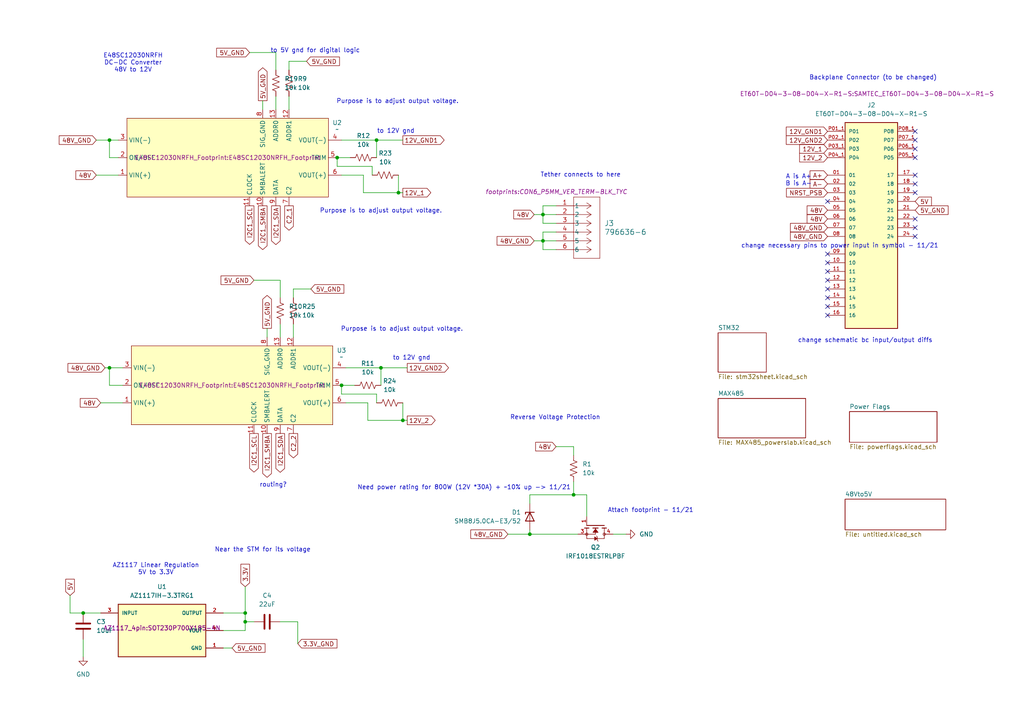
<source format=kicad_sch>
(kicad_sch (version 20231120) (generator "eeschema") (generator_version "8.0")
  (paper "A4")
  (lib_symbols
    (symbol "AZ1117H 4pin:AZ1117IH-3.3TRG1" (pin_names (offset 1.016))
      (property "Reference" "U" (at -12.7 8.128 0))
      (property "Value" "AZ1117IH-3.3TRG1" (at -12.7 -10.16 0))
      (symbol "AZ1117IH-3.3TRG1_0_0"
        (rectangle (start -12.7 -7.62) (end 12.7 7.62) (stroke (width 0.254)) (fill (type background)))
        (pin power_in line (at 17.78 -5.08 180) (length 5.08) (name "GND") (number "1"))
        (pin output line (at 17.78 5.08 180) (length 5.08) (name "OUTPUT") (number "2"))
        (pin input line (at -17.78 5.08 0) (length 5.08) (name "INPUT") (number "3"))
        (pin output line (at 17.78 0 180) (length 5.08) (name "VOUT") (number "4"))
      )
    )
    (symbol "Backplane Connectors ROV:ET60S-D04-3-08-D04-X-R1-S" (pin_names (offset 1.016))
      (property "Reference" "J" (at -7.62 29.21 0))
      (property "Value" "ET60S-D04-3-08-D04-X-R1-S" (at -7.62 -123.19 0))
      (symbol "ET60S-D04-3-08-D04-X-R1-S_0_0"
        (rectangle (start -7.62 27.94) (end 7.62 -31.75) (stroke (width 0.254)) (fill (type background)))
        (pin passive line (at -12.7 12.7 0) (length 5.08) (name "01") (number "01"))
        (pin passive line (at -12.7 10.16 0) (length 5.08) (name "02") (number "02"))
        (pin passive line (at -12.7 7.62 0) (length 5.08) (name "03") (number "03"))
        (pin passive line (at -12.7 5.08 0) (length 5.08) (name "04") (number "04"))
        (pin passive line (at -12.7 -10.16 0) (length 5.08) (name "09") (number "09"))
        (pin passive line (at -12.7 -12.7 0) (length 5.08) (name "10") (number "10"))
        (pin passive line (at -12.7 -15.24 0) (length 5.08) (name "11") (number "11"))
        (pin passive line (at -12.7 -17.78 0) (length 5.08) (name "12") (number "12"))
        (pin passive line (at -12.7 -20.32 0) (length 5.08) (name "13") (number "13"))
        (pin passive line (at -12.7 -22.86 0) (length 5.08) (name "14") (number "14"))
        (pin passive line (at -12.7 -25.4 0) (length 5.08) (name "15") (number "15"))
        (pin passive line (at -12.7 -27.94 0) (length 5.08) (name "16") (number "16"))
        (pin passive line (at 12.7 12.7 180) (length 5.08) (name "17") (number "17"))
        (pin passive line (at 12.7 10.16 180) (length 5.08) (name "18") (number "18"))
        (pin passive line (at 12.7 7.62 180) (length 5.08) (name "19") (number "19"))
        (pin passive line (at 12.7 0 180) (length 5.08) (name "22") (number "22"))
        (pin passive line (at 12.7 -2.54 180) (length 5.08) (name "23") (number "23"))
        (pin passive line (at 12.7 -5.08 180) (length 5.08) (name "24") (number "24"))
      )
      (symbol "ET60S-D04-3-08-D04-X-R1-S_1_0"
        (pin power_in line (at -12.7 2.54 0) (length 5.08) (name "05") (number "05"))
        (pin power_in line (at -12.7 0 0) (length 5.08) (name "06") (number "06"))
        (pin power_in line (at -12.7 -2.54 0) (length 5.08) (name "07") (number "07"))
        (pin power_in line (at -12.7 -5.08 0) (length 5.08) (name "08") (number "08"))
        (pin power_in line (at 12.7 5.08 180) (length 5.08) (name "20") (number "20"))
        (pin power_in line (at 12.7 2.54 180) (length 5.08) (name "21") (number "21"))
        (pin power_in line (at -12.7 25.4 0) (length 5.08) (name "P01") (number "P01_1"))
        (pin power_in line (at -12.7 22.86 0) (length 5.08) (name "P02") (number "P02_1"))
        (pin power_in line (at -12.7 20.32 0) (length 5.08) (name "P03") (number "P03_1"))
        (pin power_in line (at -12.7 17.78 0) (length 5.08) (name "P04") (number "P04_1"))
        (pin power_out line (at 12.7 17.78 180) (length 5.08) (name "P05") (number "P05_1"))
        (pin power_out line (at 12.7 20.32 180) (length 5.08) (name "P06") (number "P06_1"))
        (pin power_out line (at 12.7 22.86 180) (length 5.08) (name "P07") (number "P07_1"))
        (pin power_out line (at 12.7 25.4 180) (length 5.08) (name "P08") (number "P08_1"))
      )
    )
    (symbol "Device:C" (pin_numbers hide) (pin_names (offset 0.254))
      (property "Reference" "C" (at 0.635 2.54 0))
      (property "Value" "C" (at 0.635 -2.54 0))
      (symbol "C_0_1"
        (polyline (pts (xy -2.032 -0.762) (xy 2.032 -0.762)) (stroke (width 0.508)))
        (polyline (pts (xy -2.032 0.762) (xy 2.032 0.762)) (stroke (width 0.508)))
      )
      (symbol "C_1_1"
        (pin passive line (at 0 3.81 270) (length 2.794) (name "~") (number "1"))
        (pin passive line (at 0 -3.81 90) (length 2.794) (name "~") (number "2"))
      )
    )
    (symbol "Device:R_US" (pin_numbers hide) (pin_names (offset 0))
      (property "Reference" "R" (at 2.54 0 90))
      (property "Value" "R_US" (at -2.54 0 90))
      (symbol "R_US_0_1"
        (polyline (pts (xy 0 -2.286) (xy 0 -2.54)))
        (polyline (pts (xy 0 2.286) (xy 0 2.54)))
        (polyline (pts (xy 0 -0.762) (xy 1.016 -1.143) (xy 0 -1.524) (xy -1.016 -1.905) (xy 0 -2.286)))
        (polyline (pts (xy 0 0.762) (xy 1.016 0.381) (xy 0 0) (xy -1.016 -0.381) (xy 0 -0.762)))
        (polyline (pts (xy 0 2.286) (xy 1.016 1.905) (xy 0 1.524) (xy -1.016 1.143) (xy 0 0.762)))
      )
      (symbol "R_US_1_1"
        (pin passive line (at 0 3.81 270) (length 1.27) (name "~") (number "1"))
        (pin passive line (at 0 -3.81 90) (length 1.27) (name "~") (number "2"))
      )
    )
    (symbol "Diode:BZV55B3V6" (pin_numbers hide) (pin_names hide)
      (property "Reference" "D" (at 0 2.54 0))
      (property "Value" "BZV55B3V6" (at 0 -2.54 0))
      (symbol "BZV55B3V6_0_1"
        (polyline (pts (xy 1.27 0) (xy -1.27 0)))
        (polyline (pts (xy -1.27 -1.27) (xy -1.27 1.27) (xy -0.762 1.27)) (stroke (width 0.254)))
        (polyline (pts (xy 1.27 -1.27) (xy 1.27 1.27) (xy -1.27 0) (xy 1.27 -1.27)) (stroke (width 0.254)))
      )
      (symbol "BZV55B3V6_1_1"
        (pin passive line (at -3.81 0 0) (length 2.54) (name "K") (number "1"))
        (pin passive line (at 3.81 0 180) (length 2.54) (name "A") (number "2"))
      )
    )
    (symbol "E48SC12030NRFH_New:E48SC12030NRFH"
      (property "Reference" "U" (at 0 0 0))
      (symbol "E48SC12030NRFH_1_1"
        (rectangle (start -29.21 11.43) (end 29.21 -11.43) (fill (type background)))
        (pin input line (at -31.75 -5.08 0) (length 2.54) (name "VIN(+)") (number "1"))
        (pin output line (at 10.16 -13.97 90) (length 2.54) (name "SMBALERT") (number "10"))
        (pin output line (at 6.35 -13.97 90) (length 2.54) (name "CLOCK") (number "11"))
        (pin output line (at 17.78 13.97 270) (length 2.54) (name "ADDR1") (number "12"))
        (pin output line (at 13.97 13.97 270) (length 2.54) (name "ADDR0") (number "13"))
        (pin input line (at -31.75 0 0) (length 2.54) (name "ON/OFF") (number "2"))
        (pin input line (at -31.75 5.08 0) (length 2.54) (name "VIN(-)") (number "3"))
        (pin output line (at 33.02 5.08 180) (length 3.81) (name "VOUT(-)") (number "4"))
        (pin output line (at 31.75 0 180) (length 2.54) (name "TRIM") (number "5"))
        (pin output line (at 33.02 -5.08 180) (length 3.81) (name "VOUT(+)") (number "6"))
        (pin output line (at 17.78 -13.97 90) (length 2.54) (name "C2") (number "7"))
        (pin output line (at 10.16 13.97 270) (length 2.54) (name "SIG_GND") (number "8"))
        (pin output line (at 13.97 -13.97 90) (length 2.54) (name "DATA") (number "9"))
      )
    )
    (symbol "IRF1018ESTRLPBF:IRF1018ESTRLPBF" (pin_names (offset 1.016))
      (property "Reference" "Q" (at -8.89 2.54 0))
      (property "Value" "IRF1018ESTRLPBF" (at -8.89 -7.62 0))
      (symbol "IRF1018ESTRLPBF_0_0"
        (polyline (pts (xy 0 2.54) (xy 0 -2.54)) (stroke (width 0.254)))
        (polyline (pts (xy 0.762 -2.54) (xy 0.762 -3.175)) (stroke (width 0.254)))
        (polyline (pts (xy 0.762 -1.905) (xy 0.762 -2.54)) (stroke (width 0.254)))
        (polyline (pts (xy 0.762 0) (xy 0.762 -0.762)) (stroke (width 0.254)))
        (polyline (pts (xy 0.762 0) (xy 2.54 0)) (stroke (width 0.1524)))
        (polyline (pts (xy 0.762 0.762) (xy 0.762 0)) (stroke (width 0.254)))
        (polyline (pts (xy 0.762 2.54) (xy 0.762 1.905)) (stroke (width 0.254)))
        (polyline (pts (xy 0.762 2.54) (xy 3.81 2.54)) (stroke (width 0.1524)))
        (polyline (pts (xy 0.762 3.175) (xy 0.762 2.54)) (stroke (width 0.254)))
        (polyline (pts (xy 2.54 -2.54) (xy 0.762 -2.54)) (stroke (width 0.1524)))
        (polyline (pts (xy 2.54 -2.54) (xy 3.81 -2.54)) (stroke (width 0.1524)))
        (polyline (pts (xy 2.54 0) (xy 2.54 -2.54)) (stroke (width 0.1524)))
        (polyline (pts (xy 3.302 0.508) (xy 3.048 0.254)) (stroke (width 0.1524)))
        (polyline (pts (xy 3.81 0.508) (xy 3.302 0.508)) (stroke (width 0.1524)))
        (polyline (pts (xy 3.81 0.508) (xy 3.81 -2.54)) (stroke (width 0.1524)))
        (polyline (pts (xy 3.81 2.54) (xy 3.81 0.508)) (stroke (width 0.1524)))
        (polyline (pts (xy 4.318 0.508) (xy 3.81 0.508)) (stroke (width 0.1524)))
        (polyline (pts (xy 4.572 0.762) (xy 4.318 0.508)) (stroke (width 0.1524)))
        (polyline (pts (xy 1.016 0) (xy 2.032 0.762) (xy 2.032 -0.762) (xy 1.016 0)) (stroke (width 0.1524)) (fill (type outline)))
        (polyline (pts (xy 3.81 0.508) (xy 3.302 -0.254) (xy 4.318 -0.254) (xy 3.81 0.508)) (stroke (width 0.1524)) (fill (type outline)))
        (circle (center 2.54 -2.54) (radius 0.3592))
        (circle (center 2.54 2.54) (radius 0.3592))
      )
      (symbol "IRF1018ESTRLPBF_1_0"
        (pin power_in line (at -2.54 -2.54 0) (length 2.54) (name "~") (number "1"))
        (pin power_in line (at 2.54 -5.08 90) (length 2.54) (name "~") (number "3"))
        (pin power_in line (at 2.54 5.08 270) (length 2.54) (name "~") (number "4"))
      )
    )
    (symbol "Tether Connection:796636-6" (pin_names (offset 0.254))
      (property "Reference" "J" (at 8.89 6.35 0))
      (property "Value" "796636-6" (at 0.762 7.874 0))
      (symbol "796636-6_1_1"
        (polyline (pts (xy 5.08 -15.24) (xy 12.7 -15.24)) (stroke (width 0.127)))
        (polyline (pts (xy 5.08 2.54) (xy 5.08 -15.24)) (stroke (width 0.127)))
        (polyline (pts (xy 10.16 -12.7) (xy 5.08 -12.7)) (stroke (width 0.127)))
        (polyline (pts (xy 10.16 -12.7) (xy 8.89 -13.5467)) (stroke (width 0.127)))
        (polyline (pts (xy 10.16 -12.7) (xy 8.89 -11.8533)) (stroke (width 0.127)))
        (polyline (pts (xy 10.16 -10.16) (xy 5.08 -10.16)) (stroke (width 0.127)))
        (polyline (pts (xy 10.16 -10.16) (xy 8.89 -11.0067)) (stroke (width 0.127)))
        (polyline (pts (xy 10.16 -10.16) (xy 8.89 -9.3133)) (stroke (width 0.127)))
        (polyline (pts (xy 10.16 -7.62) (xy 5.08 -7.62)) (stroke (width 0.127)))
        (polyline (pts (xy 10.16 -7.62) (xy 8.89 -8.4667)) (stroke (width 0.127)))
        (polyline (pts (xy 10.16 -7.62) (xy 8.89 -6.7733)) (stroke (width 0.127)))
        (polyline (pts (xy 10.16 -5.08) (xy 5.08 -5.08)) (stroke (width 0.127)))
        (polyline (pts (xy 10.16 -5.08) (xy 8.89 -5.9267)) (stroke (width 0.127)))
        (polyline (pts (xy 10.16 -5.08) (xy 8.89 -4.2333)) (stroke (width 0.127)))
        (polyline (pts (xy 10.16 -2.54) (xy 5.08 -2.54)) (stroke (width 0.127)))
        (polyline (pts (xy 10.16 -2.54) (xy 8.89 -3.3867)) (stroke (width 0.127)))
        (polyline (pts (xy 10.16 -2.54) (xy 8.89 -1.6933)) (stroke (width 0.127)))
        (polyline (pts (xy 10.16 0) (xy 5.08 0)) (stroke (width 0.127)))
        (polyline (pts (xy 10.16 0) (xy 8.89 -0.8467)) (stroke (width 0.127)))
        (polyline (pts (xy 10.16 0) (xy 8.89 0.8467)) (stroke (width 0.127)))
        (polyline (pts (xy 12.7 -15.24) (xy 12.7 2.54)) (stroke (width 0.127)))
        (polyline (pts (xy 12.7 2.54) (xy 5.08 2.54)) (stroke (width 0.127)))
        (pin input line (at 0 0 0) (length 5.08) (name "1") (number "1"))
        (pin input line (at 0 -2.54 0) (length 5.08) (name "2") (number "2"))
        (pin input line (at 0 -5.08 0) (length 5.08) (name "3") (number "3"))
        (pin input line (at 0 -7.62 0) (length 5.08) (name "4") (number "4"))
        (pin input line (at 0 -10.16 0) (length 5.08) (name "5") (number "5"))
        (pin input line (at 0 -12.7 0) (length 5.08) (name "6") (number "6"))
      )
      (symbol "796636-6_1_2"
        (polyline (pts (xy 5.08 -15.24) (xy 12.7 -15.24)) (stroke (width 0.127)))
        (polyline (pts (xy 5.08 2.54) (xy 5.08 -15.24)) (stroke (width 0.127)))
        (polyline (pts (xy 7.62 -12.7) (xy 5.08 -12.7)) (stroke (width 0.127)))
        (polyline (pts (xy 7.62 -12.7) (xy 8.89 -13.5467)) (stroke (width 0.127)))
        (polyline (pts (xy 7.62 -12.7) (xy 8.89 -11.8533)) (stroke (width 0.127)))
        (polyline (pts (xy 7.62 -10.16) (xy 5.08 -10.16)) (stroke (width 0.127)))
        (polyline (pts (xy 7.62 -10.16) (xy 8.89 -11.0067)) (stroke (width 0.127)))
        (polyline (pts (xy 7.62 -10.16) (xy 8.89 -9.3133)) (stroke (width 0.127)))
        (polyline (pts (xy 7.62 -7.62) (xy 5.08 -7.62)) (stroke (width 0.127)))
        (polyline (pts (xy 7.62 -7.62) (xy 8.89 -8.4667)) (stroke (width 0.127)))
        (polyline (pts (xy 7.62 -7.62) (xy 8.89 -6.7733)) (stroke (width 0.127)))
        (polyline (pts (xy 7.62 -5.08) (xy 5.08 -5.08)) (stroke (width 0.127)))
        (polyline (pts (xy 7.62 -5.08) (xy 8.89 -5.9267)) (stroke (width 0.127)))
        (polyline (pts (xy 7.62 -5.08) (xy 8.89 -4.2333)) (stroke (width 0.127)))
        (polyline (pts (xy 7.62 -2.54) (xy 5.08 -2.54)) (stroke (width 0.127)))
        (polyline (pts (xy 7.62 -2.54) (xy 8.89 -3.3867)) (stroke (width 0.127)))
        (polyline (pts (xy 7.62 -2.54) (xy 8.89 -1.6933)) (stroke (width 0.127)))
        (polyline (pts (xy 7.62 0) (xy 5.08 0)) (stroke (width 0.127)))
        (polyline (pts (xy 7.62 0) (xy 8.89 -0.8467)) (stroke (width 0.127)))
        (polyline (pts (xy 7.62 0) (xy 8.89 0.8467)) (stroke (width 0.127)))
        (polyline (pts (xy 12.7 -15.24) (xy 12.7 2.54)) (stroke (width 0.127)))
        (polyline (pts (xy 12.7 2.54) (xy 5.08 2.54)) (stroke (width 0.127)))
        (pin unspecified line (at 0 0 0) (length 5.08) (name "1") (number "1"))
        (pin unspecified line (at 0 -2.54 0) (length 5.08) (name "2") (number "2"))
        (pin unspecified line (at 0 -5.08 0) (length 5.08) (name "3") (number "3"))
        (pin unspecified line (at 0 -7.62 0) (length 5.08) (name "4") (number "4"))
        (pin unspecified line (at 0 -10.16 0) (length 5.08) (name "5") (number "5"))
        (pin unspecified line (at 0 -12.7 0) (length 5.08) (name "6") (number "6"))
      )
    )
    (symbol "power:GND" (power) (pin_numbers hide) (pin_names (offset 0) hide)
      (property "Value" "GND" (at 0 -3.81 0))
      (symbol "GND_0_1"
        (polyline (pts (xy 0 0) (xy 0 -1.27) (xy 1.27 -1.27) (xy 0 -2.54) (xy -1.27 -1.27) (xy 0 -1.27)))
      )
      (symbol "GND_1_1"
        (pin power_in line (at 0 0 270) (length 0) (name "~") (number "1"))
      )
    )
  )
  (junction (at 109.22 40.64))
  (junction (at 99.06 111.76))
  (junction (at 157.48 69.85))
  (junction (at 166.37 143.51))
  (junction (at 110.49 106.68))
  (junction (at 116.84 121.92))
  (junction (at 71.12 177.8))
  (junction (at 153.67 154.94))
  (junction (at 97.79 45.72))
  (junction (at 31.75 40.64))
  (junction (at 24.13 177.8))
  (junction (at 31.75 106.68))
  (junction (at 71.12 180.34))
  (junction (at 157.48 62.23))
  (junction (at 115.57 55.88))
  (no_connect (at 240.03 73.66))
  (no_connect (at 265.43 63.5))
  (no_connect (at 240.03 81.28))
  (no_connect (at 240.03 76.2))
  (no_connect (at 240.03 78.74))
  (no_connect (at 265.43 45.72))
  (no_connect (at 265.43 66.04))
  (no_connect (at 265.43 53.34))
  (no_connect (at 265.43 38.1))
  (no_connect (at 265.43 55.88))
  (no_connect (at 265.43 43.18))
  (no_connect (at 265.43 68.58))
  (no_connect (at 240.03 88.9))
  (no_connect (at 240.03 58.42))
  (no_connect (at 265.43 50.8))
  (no_connect (at 240.03 86.36))
  (no_connect (at 240.03 91.44))
  (no_connect (at 240.03 83.82))
  (no_connect (at 265.43 40.64))
  (wire (pts (xy 153.67 146.05) (xy 153.67 143.51)))
  (wire (pts (xy 157.48 67.31) (xy 161.29 67.31)))
  (wire (pts (xy 157.48 62.23) (xy 157.48 59.69)))
  (wire (pts (xy 115.57 50.8) (xy 115.57 55.88)))
  (wire (pts (xy 105.41 55.88) (xy 115.57 55.88)))
  (wire (pts (xy 83.82 20.32) (xy 83.82 17.78)))
  (wire (pts (xy 154.94 62.23) (xy 157.48 62.23)))
  (wire (pts (xy 166.37 139.7) (xy 166.37 143.51)))
  (wire (pts (xy 106.68 121.92) (xy 106.68 116.84)))
  (wire (pts (xy 157.48 69.85) (xy 161.29 69.85)))
  (wire (pts (xy 161.29 129.54) (xy 166.37 129.54)))
  (wire (pts (xy 166.37 143.51) (xy 170.18 143.51)))
  (wire (pts (xy 73.66 81.28) (xy 81.28 81.28)))
  (wire (pts (xy 99.06 114.3) (xy 109.22 114.3)))
  (wire (pts (xy 161.29 72.39) (xy 157.48 72.39)))
  (wire (pts (xy 31.75 106.68) (xy 35.56 106.68)))
  (wire (pts (xy 27.94 40.64) (xy 31.75 40.64)))
  (wire (pts (xy 64.77 177.8) (xy 71.12 177.8)))
  (wire (pts (xy 80.01 31.75) (xy 80.01 27.94)))
  (wire (pts (xy 157.48 64.77) (xy 157.48 62.23)))
  (wire (pts (xy 109.22 114.3) (xy 109.22 116.84)))
  (wire (pts (xy 157.48 59.69) (xy 161.29 59.69)))
  (wire (pts (xy 31.75 40.64) (xy 34.29 40.64)))
  (wire (pts (xy 153.67 143.51) (xy 166.37 143.51)))
  (wire (pts (xy 86.36 180.34) (xy 86.36 186.69)))
  (wire (pts (xy 31.75 111.76) (xy 31.75 106.68)))
  (wire (pts (xy 64.77 182.88) (xy 71.12 182.88)))
  (wire (pts (xy 81.28 180.34) (xy 86.36 180.34)))
  (wire (pts (xy 31.75 45.72) (xy 31.75 40.64)))
  (wire (pts (xy 161.29 64.77) (xy 157.48 64.77)))
  (wire (pts (xy 81.28 86.36) (xy 81.28 81.28)))
  (wire (pts (xy 30.48 106.68) (xy 31.75 106.68)))
  (wire (pts (xy 157.48 69.85) (xy 157.48 67.31)))
  (wire (pts (xy 109.22 40.64) (xy 116.84 40.64)))
  (wire (pts (xy 105.41 50.8) (xy 99.06 50.8)))
  (wire (pts (xy 116.84 116.84) (xy 116.84 121.92)))
  (wire (pts (xy 35.56 111.76) (xy 31.75 111.76)))
  (wire (pts (xy 71.12 170.18) (xy 71.12 177.8)))
  (wire (pts (xy 157.48 62.23) (xy 161.29 62.23)))
  (wire (pts (xy 154.94 69.85) (xy 157.48 69.85)))
  (wire (pts (xy 177.8 154.94) (xy 181.61 154.94)))
  (wire (pts (xy 80.01 20.32) (xy 80.01 15.24)))
  (wire (pts (xy 115.57 55.88) (xy 116.84 55.88)))
  (wire (pts (xy 85.09 83.82) (xy 90.17 83.82)))
  (wire (pts (xy 147.32 154.94) (xy 153.67 154.94)))
  (wire (pts (xy 97.79 48.26) (xy 107.95 48.26)))
  (wire (pts (xy 34.29 45.72) (xy 31.75 45.72)))
  (wire (pts (xy 157.48 69.85) (xy 157.48 72.39)))
  (wire (pts (xy 153.67 153.67) (xy 153.67 154.94)))
  (wire (pts (xy 24.13 177.8) (xy 20.32 177.8)))
  (wire (pts (xy 100.33 106.68) (xy 110.49 106.68)))
  (wire (pts (xy 85.09 93.98) (xy 85.09 97.79)))
  (wire (pts (xy 29.21 177.8) (xy 24.13 177.8)))
  (wire (pts (xy 83.82 27.94) (xy 83.82 31.75)))
  (wire (pts (xy 106.68 121.92) (xy 116.84 121.92)))
  (wire (pts (xy 27.94 50.8) (xy 34.29 50.8)))
  (wire (pts (xy 105.41 55.88) (xy 105.41 50.8)))
  (wire (pts (xy 153.67 154.94) (xy 167.64 154.94)))
  (wire (pts (xy 72.39 15.24) (xy 80.01 15.24)))
  (wire (pts (xy 170.18 143.51) (xy 170.18 149.86)))
  (wire (pts (xy 110.49 106.68) (xy 110.49 111.76)))
  (wire (pts (xy 83.82 17.78) (xy 88.9 17.78)))
  (wire (pts (xy 116.84 121.92) (xy 118.11 121.92)))
  (wire (pts (xy 99.06 111.76) (xy 102.87 111.76)))
  (wire (pts (xy 71.12 180.34) (xy 71.12 182.88)))
  (wire (pts (xy 106.68 116.84) (xy 100.33 116.84)))
  (wire (pts (xy 110.49 106.68) (xy 118.11 106.68)))
  (wire (pts (xy 97.79 45.72) (xy 97.79 48.26)))
  (wire (pts (xy 97.79 45.72) (xy 101.6 45.72)))
  (wire (pts (xy 109.22 40.64) (xy 109.22 45.72)))
  (wire (pts (xy 29.21 116.84) (xy 35.56 116.84)))
  (wire (pts (xy 166.37 132.08) (xy 166.37 129.54)))
  (wire (pts (xy 77.47 95.25) (xy 77.47 97.79)))
  (wire (pts (xy 71.12 177.8) (xy 71.12 180.34)))
  (wire (pts (xy 99.06 40.64) (xy 109.22 40.64)))
  (wire (pts (xy 99.06 111.76) (xy 99.06 114.3)))
  (wire (pts (xy 107.95 48.26) (xy 107.95 50.8)))
  (wire (pts (xy 81.28 97.79) (xy 81.28 93.98)))
  (wire (pts (xy 71.12 180.34) (xy 73.66 180.34)))
  (wire (pts (xy 76.2 29.21) (xy 76.2 31.75)))
  (wire (pts (xy 20.32 172.72) (xy 20.32 177.8)))
  (wire (pts (xy 64.77 187.96) (xy 67.31 187.96)))
  (wire (pts (xy 24.13 185.42) (xy 24.13 190.5)))
  (wire (pts (xy 85.09 86.36) (xy 85.09 83.82)))
  (text "to 12V gnd" (at 119.38 103.886 0) (effects (font (size 1.27 1.27))))
  (text "A is A+\nB is A-" (at 231.648 52.324 0) (effects (font (size 1.27 1.27))))
  (text "Purpose is to adjust output voltage." (at 116.586 95.504 0) (effects (font (size 1.27 1.27))))
  (text "Purpose is to adjust output voltage." (at 110.49 61.214 0) (effects (font (size 1.27 1.27))))
  (text "Purpose is to adjust output voltage." (at 115.316 29.464 0) (effects (font (size 1.27 1.27))))
  (text "Reverse Voltage Protection" (at 161.036 121.158 0) (effects (font (size 1.27 1.27))))
  (text "Near the STM for its voltage" (at 76.2 159.512 0) (effects (font (size 1.27 1.27))))
  (text "to 12V gnd" (at 114.808 38.1 0) (effects (font (size 1.27 1.27))))
  (text "Tether connects to here" (at 168.402 50.8 0) (effects (font (size 1.27 1.27))))
  (text "Need power rating for 800W (12V *30A) + ~10% up -> 11/21\n" (at 134.62 141.478 0) (effects (font (size 1.27 1.27))))
  (text "change schematic bc input/output diffs" (at 250.952 98.806 0) (effects (font (size 1.27 1.27))))
  (text "Backplane Connector (to be changed)\n" (at 253.238 22.606 0) (effects (font (size 1.27 1.27))))
  (text "change necessary pins to power input in symbol - 11/21\n" (at 243.586 71.374 0) (effects (font (size 1.27 1.27))))
  (text "to 5V gnd for digital logic" (at 91.44 14.732 0) (effects (font (size 1.27 1.27))))
  (text "routing?" (at 79.248 140.716 0) (effects (font (size 1.27 1.27))))
  (text "E48SC12030NRFH\nDC-DC Converter\n48V to 12V" (at 38.608 18.288 0) (effects (font (size 1.27 1.27))))
  (text "AZ1117 Linear Regulation\n5V to 3.3V\n" (at 45.212 165.1 0) (effects (font (size 1.27 1.27))))
  (text "Attach footprint - 11/21" (at 188.722 148.082 0) (effects (font (size 1.27 1.27))))
  (global_label "12V_1" (shape output) (at 116.84 55.88 0) (property "Intersheetrefs" "${INTERSHEET_REFS}" (effects (hide yes))))
  (global_label "12V_GND2" (shape output) (at 118.11 106.68 0) (property "Intersheetrefs" "${INTERSHEET_REFS}" (effects (hide yes))))
  (global_label "5V" (shape input) (at 20.32 172.72 90) (property "Intersheetrefs" "${INTERSHEET_REFS}" (effects (hide yes))))
  (global_label "12V_GND2" (shape input) (at 240.03 40.64 180) (property "Intersheetrefs" "${INTERSHEET_REFS}" (effects (hide yes))))
  (global_label "48V_GND" (shape input) (at 154.94 69.85 180) (property "Intersheetrefs" "${INTERSHEET_REFS}" (effects (hide yes))))
  (global_label "48V_GND" (shape input) (at 27.94 40.64 180) (property "Intersheetrefs" "${INTERSHEET_REFS}" (effects (hide yes))))
  (global_label "5V_GND" (shape output) (at 76.2 29.21 90) (property "Intersheetrefs" "${INTERSHEET_REFS}" (effects (hide yes))))
  (global_label "3.3V" (shape input) (at 71.12 170.18 90) (property "Intersheetrefs" "${INTERSHEET_REFS}" (effects (hide yes))))
  (global_label "48V_GND" (shape input) (at 30.48 106.68 180) (property "Intersheetrefs" "${INTERSHEET_REFS}" (effects (hide yes))))
  (global_label "I2C1_SCL" (shape output) (at 73.66 125.73 270) (property "Intersheetrefs" "${INTERSHEET_REFS}" (effects (hide yes))))
  (global_label "5V_GND" (shape input) (at 67.31 187.96 0) (property "Intersheetrefs" "${INTERSHEET_REFS}" (effects (hide yes))))
  (global_label "I2C1_SDA" (shape output) (at 80.01 59.69 270) (property "Intersheetrefs" "${INTERSHEET_REFS}" (effects (hide yes))))
  (global_label "5V" (shape input) (at 265.43 58.42 0) (property "Intersheetrefs" "${INTERSHEET_REFS}" (effects (hide yes))))
  (global_label "48V_GND" (shape input) (at 240.03 68.58 180) (property "Intersheetrefs" "${INTERSHEET_REFS}" (effects (hide yes))))
  (global_label "12V_1" (shape input) (at 240.03 43.18 180) (property "Intersheetrefs" "${INTERSHEET_REFS}" (effects (hide yes))))
  (global_label "12V_2" (shape input) (at 240.03 45.72 180) (property "Intersheetrefs" "${INTERSHEET_REFS}" (effects (hide yes))))
  (global_label "C2_2" (shape output) (at 85.09 125.73 270) (property "Intersheetrefs" "${INTERSHEET_REFS}" (effects (hide yes))))
  (global_label "5V_GND" (shape input) (at 265.43 60.96 0) (property "Intersheetrefs" "${INTERSHEET_REFS}" (effects (hide yes))))
  (global_label "48V" (shape input) (at 240.03 60.96 180) (property "Intersheetrefs" "${INTERSHEET_REFS}" (effects (hide yes))))
  (global_label "48V" (shape input) (at 161.29 129.54 180) (property "Intersheetrefs" "${INTERSHEET_REFS}" (effects (hide yes))))
  (global_label "3.3V_GND" (shape input) (at 86.36 186.69 0) (property "Intersheetrefs" "${INTERSHEET_REFS}" (effects (hide yes))))
  (global_label "48V" (shape input) (at 154.94 62.23 180) (property "Intersheetrefs" "${INTERSHEET_REFS}" (effects (hide yes))))
  (global_label "5V_GND" (shape input) (at 88.9 17.78 0) (property "Intersheetrefs" "${INTERSHEET_REFS}" (effects (hide yes))))
  (global_label "5V_GND" (shape output) (at 77.47 95.25 90) (property "Intersheetrefs" "${INTERSHEET_REFS}" (effects (hide yes))))
  (global_label "48V" (shape input) (at 27.94 50.8 180) (property "Intersheetrefs" "${INTERSHEET_REFS}" (effects (hide yes))))
  (global_label "I2C1_SMBA" (shape output) (at 76.2 59.69 270) (property "Intersheetrefs" "${INTERSHEET_REFS}" (effects (hide yes))))
  (global_label "I2C1_SMBA" (shape output) (at 77.47 125.73 270) (property "Intersheetrefs" "${INTERSHEET_REFS}" (effects (hide yes))))
  (global_label "12V_GND1" (shape input) (at 240.03 38.1 180) (property "Intersheetrefs" "${INTERSHEET_REFS}" (effects (hide yes))))
  (global_label "I2C1_SCL" (shape output) (at 72.39 59.69 270) (property "Intersheetrefs" "${INTERSHEET_REFS}" (effects (hide yes))))
  (global_label "12V_2" (shape output) (at 118.11 121.92 0) (property "Intersheetrefs" "${INTERSHEET_REFS}" (effects (hide yes))))
  (global_label "48V_GND" (shape input) (at 240.03 66.04 180) (property "Intersheetrefs" "${INTERSHEET_REFS}" (effects (hide yes))))
  (global_label "NRST_PSB" (shape input) (at 240.03 55.88 180) (property "Intersheetrefs" "${INTERSHEET_REFS}" (effects (hide yes))))
  (global_label "48V_GND" (shape input) (at 147.32 154.94 180) (property "Intersheetrefs" "${INTERSHEET_REFS}" (effects (hide yes))))
  (global_label "A+" (shape input) (at 240.03 50.8 180) (property "Intersheetrefs" "${INTERSHEET_REFS}" (effects (hide yes))))
  (global_label "C2_1" (shape output) (at 83.82 59.69 270) (property "Intersheetrefs" "${INTERSHEET_REFS}" (effects (hide yes))))
  (global_label "A-" (shape input) (at 240.03 53.34 180) (property "Intersheetrefs" "${INTERSHEET_REFS}" (effects (hide yes))))
  (global_label "12V_GND1" (shape output) (at 116.84 40.64 0) (property "Intersheetrefs" "${INTERSHEET_REFS}" (effects (hide yes))))
  (global_label "I2C1_SDA" (shape output) (at 81.28 125.73 270) (property "Intersheetrefs" "${INTERSHEET_REFS}" (effects (hide yes))))
  (global_label "5V_GND" (shape input) (at 90.17 83.82 0) (property "Intersheetrefs" "${INTERSHEET_REFS}" (effects (hide yes))))
  (global_label "48V" (shape input) (at 240.03 63.5 180) (property "Intersheetrefs" "${INTERSHEET_REFS}" (effects (hide yes))))
  (global_label "48V" (shape input) (at 29.21 116.84 180) (property "Intersheetrefs" "${INTERSHEET_REFS}" (effects (hide yes))))
  (global_label "5V_GND" (shape input) (at 73.66 81.28 180) (property "Intersheetrefs" "${INTERSHEET_REFS}" (effects (hide yes))))
  (global_label "5V_GND" (shape input) (at 72.39 15.24 180) (property "Intersheetrefs" "${INTERSHEET_REFS}" (effects (hide yes))))
  (symbol (lib_id "Device:R_US") (at 81.28 90.17 0) (unit 1)
    (property "Reference" "R10" (at 83.82 88.8999 0) (effects (justify left)))
    (property "Value" "10k" (at 83.82 91.4399 0) (effects (justify left)))
    (property "Footprint" "Resistor_SMD:R_0603_1608Metric_Pad0.98x0.95mm_HandSolder" (effects (hide yes)))
    (property "Description" "Resistor, US symbol" (effects (hide yes)))
  )
  (symbol (lib_id "Backplane Connectors ROV:ET60S-D04-3-08-D04-X-R1-S") (at 252.73 63.5 0) (unit 1)
    (property "Reference" "J2" (at 252.73 30.48 0))
    (property "Value" "ET60T-D04-3-08-D04-X-R1-S" (at 252.73 33.02 0))
    (property "Footprint" "ET60T-D04-3-08-D04-X-R1-S:SAMTEC_ET60T-D04-3-08-D04-X-R1-S" (at 251.46 27.94 0) (effects (justify bottom)))
    (property "PARTREV" "G" (effects (hide yes)))
    (property "STANDARD" "Manufacturer Recommendations" (effects (hide yes)))
    (property "MAXIMUM_PACKAGE_HEIGHT" "10 mm" (effects (hide yes)))
    (property "MANUFACTURER" "Samtec" (effects (hide yes)))
  )
  (symbol (lib_id "Device:R_US") (at 85.09 90.17 0) (unit 1)
    (property "Reference" "R25" (at 87.63 88.8999 0) (effects (justify left)))
    (property "Value" "10k" (at 87.63 91.4399 0) (effects (justify left)))
    (property "Footprint" "Resistor_SMD:R_0603_1608Metric_Pad0.98x0.95mm_HandSolder" (effects (hide yes)))
    (property "Description" "Resistor, US symbol" (effects (hide yes)))
  )
  (symbol (lib_id "Device:R_US") (at 80.01 24.13 0) (unit 1)
    (property "Reference" "R19" (at 82.55 22.8599 0) (effects (justify left)))
    (property "Value" "10k" (at 82.55 25.3999 0) (effects (justify left)))
    (property "Footprint" "Resistor_SMD:R_0603_1608Metric_Pad0.98x0.95mm_HandSolder" (effects (hide yes)))
    (property "Description" "Resistor, US symbol" (effects (hide yes)))
  )
  (symbol (lib_id "IRF1018ESTRLPBF:IRF1018ESTRLPBF") (at 172.72 152.4 270) (unit 1)
    (property "Reference" "Q2" (at 172.72 158.75 90))
    (property "Value" "IRF1018ESTRLPBF" (at 172.72 161.29 90))
    (property "Footprint" "Reverse Voltage Protection:TO254P1524X483-4" (effects (hide yes)))
    (property "SNAPEDA_PACKAGE_ID" "22196" (effects (hide yes)))
    (property "MAXIMUM_PACKAGE_HEIGHT" "4.83 mm" (effects (hide yes)))
    (property "STANDARD" "IPC 7351B" (effects (hide yes)))
    (property "PARTREV" "03/16/07" (effects (hide yes)))
    (property "SNAPEDA_PN" "IRF1018ESTRLPBF" (effects (hide yes)))
    (property "MANUFACTURER" "Infineon" (effects (hide yes)))
  )
  (symbol (lib_id "Device:R_US") (at 106.68 111.76 90) (unit 1)
    (property "Reference" "R11" (at 106.68 105.41 90))
    (property "Value" "10k" (at 106.68 107.95 90))
    (property "Footprint" "Resistor_SMD:R_0603_1608Metric_Pad0.98x0.95mm_HandSolder" (effects (hide yes)))
    (property "Description" "Resistor, US symbol" (effects (hide yes)))
  )
  (symbol (lib_id "Device:C") (at 24.13 181.61 180) (unit 1)
    (property "Reference" "C3" (at 27.94 180.3399 0) (effects (justify right)))
    (property "Value" "10uF" (at 27.94 182.8799 0) (effects (justify right)))
    (property "Footprint" "Capacitor_SMD:C_0603_1608Metric_Pad1.08x0.95mm_HandSolder" (effects (hide yes)))
    (property "Description" "Unpolarized capacitor" (effects (hide yes)))
  )
  (symbol (lib_id "power:GND") (at 24.13 190.5 0) (unit 1)
    (property "Reference" "#PWR01" (effects (hide yes)))
    (property "Value" "GND" (at 24.13 195.58 0))
    (property "Description" "Power symbol creates a global label with name \"GND\" , ground" (effects (hide yes)))
  )
  (symbol (lib_id "Device:R_US") (at 83.82 24.13 0) (unit 1)
    (property "Reference" "R9" (at 86.36 22.8599 0) (effects (justify left)))
    (property "Value" "10k" (at 86.36 25.3999 0) (effects (justify left)))
    (property "Footprint" "Resistor_SMD:R_0603_1608Metric_Pad0.98x0.95mm_HandSolder" (effects (hide yes)))
    (property "Description" "Resistor, US symbol" (effects (hide yes)))
  )
  (symbol (lib_id "Device:R_US") (at 105.41 45.72 90) (unit 1)
    (property "Reference" "R12" (at 105.41 39.37 90))
    (property "Value" "10k" (at 105.41 41.91 90))
    (property "Footprint" "Resistor_SMD:R_0603_1608Metric_Pad0.98x0.95mm_HandSolder" (effects (hide yes)))
    (property "Description" "Resistor, US symbol" (effects (hide yes)))
  )
  (symbol (lib_id "Tether Connection:796636-6") (at 161.29 59.69 0) (unit 1)
    (property "Reference" "J3" (at 175.26 64.7699 0) (effects (font (size 1.524 1.524)) (justify left)))
    (property "Value" "796636-6" (at 175.26 67.3099 0) (effects (font (size 1.524 1.524)) (justify left)))
    (property "Footprint" "footprints:CON6_P5MM_VER_TERM-BLK_TYC" (at 161.29 55.626 0) (effects (font (italic yes))))
    (property "Datasheet" "796636-6" (effects (hide yes)))
  )
  (symbol (lib_id "E48SC12030NRFH_New:E48SC12030NRFH") (at 67.31 111.76 0) (unit 1)
    (property "Reference" "U3" (at 99.06 101.6314 0))
    (property "Value" "~" (at 99.06 103.5365 0))
    (property "Footprint" "E48SC12030NRFH_Footprint:E48SC12030NRFH_Footprint" (at 67.31 111.76 0))
  )
  (symbol (lib_id "Device:C") (at 77.47 180.34 270) (unit 1)
    (property "Reference" "C4" (at 77.47 172.72 90))
    (property "Value" "22uF" (at 77.47 175.26 90))
    (property "Footprint" "Capacitor_SMD:C_0603_1608Metric_Pad1.08x0.95mm_HandSolder" (effects (hide yes)))
    (property "Description" "Unpolarized capacitor" (effects (hide yes)))
  )
  (symbol (lib_id "E48SC12030NRFH_New:E48SC12030NRFH") (at 66.04 45.72 0) (unit 1)
    (property "Reference" "U2" (at 97.79 35.5914 0))
    (property "Value" "~" (at 97.79 37.4965 0))
    (property "Footprint" "E48SC12030NRFH_Footprint:E48SC12030NRFH_Footprint" (at 66.04 45.72 0))
  )
  (symbol (lib_id "Diode:BZV55B3V6") (at 153.67 149.86 90) (mirror x) (unit 1)
    (property "Reference" "D1" (at 151.13 148.5899 90) (effects (justify left)))
    (property "Value" "SMB8J5.0CA-E3/52" (at 151.13 151.1299 90) (effects (justify left)))
    (property "Footprint" "Diode_SMD:D_1210_3225Metric_Pad1.42x2.65mm_HandSolder" (effects (hide yes)))
    (property "Datasheet" "https://www.digikey.com/en/products/detail/vishay-general-semiconductor-diodes-division/SMB8J5-0CA-E3-52/2151214" (effects (hide yes)))
    (property "Description" "3.6V, 500mW, 2%, Zener diode, MiniMELF" (effects (hide yes)))
  )
  (symbol (lib_id "Device:R_US") (at 113.03 116.84 90) (unit 1)
    (property "Reference" "R24" (at 113.03 110.49 90))
    (property "Value" "10k" (at 113.03 113.03 90))
    (property "Footprint" "Resistor_SMD:R_0603_1608Metric_Pad0.98x0.95mm_HandSolder" (effects (hide yes)))
    (property "Description" "Resistor, US symbol" (effects (hide yes)))
  )
  (symbol (lib_id "AZ1117H 4pin:AZ1117IH-3.3TRG1") (at 46.99 182.88 0) (unit 1)
    (property "Reference" "U1" (at 46.99 170.18 0))
    (property "Value" "AZ1117IH-3.3TRG1" (at 46.99 172.72 0))
    (property "Footprint" "AZ1117_4pin:SOT230P700X185-4N" (at 46.99 182.88 0) (effects (justify bottom)))
    (property "SNAPEDA_PACKAGE_ID" "6532" (effects (hide yes)))
    (property "MAXIMUM_PACKAGE_HEIGHT" "1.85 mm" (effects (hide yes)))
    (property "STANDARD" "IPC 7351B" (effects (hide yes)))
    (property "PARTREV" "2-2" (effects (hide yes)))
    (property "MANUFACTURER" "Diodes Inc." (effects (hide yes)))
    (property "SNAPEDA_PN" "AZ1117IH-3.3TRG1" (effects (hide yes)))
  )
  (symbol (lib_id "Device:R_US") (at 111.76 50.8 90) (unit 1)
    (property "Reference" "R23" (at 111.76 44.45 90))
    (property "Value" "10k" (at 111.76 46.99 90))
    (property "Footprint" "Resistor_SMD:R_0603_1608Metric_Pad0.98x0.95mm_HandSolder" (effects (hide yes)))
    (property "Description" "Resistor, US symbol" (effects (hide yes)))
  )
  (symbol (lib_id "Device:R_US") (at 166.37 135.89 0) (unit 1)
    (property "Reference" "R1" (at 168.91 134.6199 0) (effects (justify left)))
    (property "Value" "10k" (at 168.91 137.1599 0) (effects (justify left)))
    (property "Footprint" "Resistor_SMD:R_0603_1608Metric_Pad0.98x0.95mm_HandSolder" (effects (hide yes)))
    (property "Description" "Resistor, US symbol" (effects (hide yes)))
  )
  (symbol (lib_id "power:GND") (at 181.61 154.94 90) (unit 1)
    (property "Reference" "#PWR05" (effects (hide yes)))
    (property "Value" "GND" (at 185.42 154.9399 90) (effects (justify right)))
    (property "Description" "Power symbol creates a global label with name \"GND\" , ground" (effects (hide yes)))
  )
  (sheet (at 208.28 96.52) (size 13.97 11.43) (stroke (width 0.1524))
    (property "Sheetname" "STM32" (at 208.28 95.8084 0) (effects (justify left bottom)))
    (property "Sheetfile" "stm32sheet.kicad_sch" (at 208.28 108.5346 0) (effects (justify left top)))
  )
  (sheet (at 208.28 115.57) (size 25.4 11.43) (stroke (width 0.1524))
    (property "Sheetname" "MAX485" (at 208.28 114.8584 0) (effects (justify left bottom)))
    (property "Sheetfile" "MAX485_powerslab.kicad_sch" (at 208.28 127.5846 0) (effects (justify left top)))
  )
  (sheet (at 246.38 119.38) (size 25.4 8.89) (stroke (width 0.1524))
    (property "Sheetname" "Power Flags" (at 246.38 118.6684 0) (effects (justify left bottom)))
    (property "Sheetfile" "powerflags.kicad_sch" (at 246.38 128.8546 0) (effects (justify left top)))
  )
  (sheet (at 245.11 144.78) (size 29.21 8.89) (stroke (width 0.1524))
    (property "Sheetname" "48Vto5V" (at 245.11 144.0684 0) (effects (justify left bottom)))
    (property "Sheetfile" "untitled.kicad_sch" (at 245.11 154.2546 0) (effects (justify left top)))
  )
)
</source>
